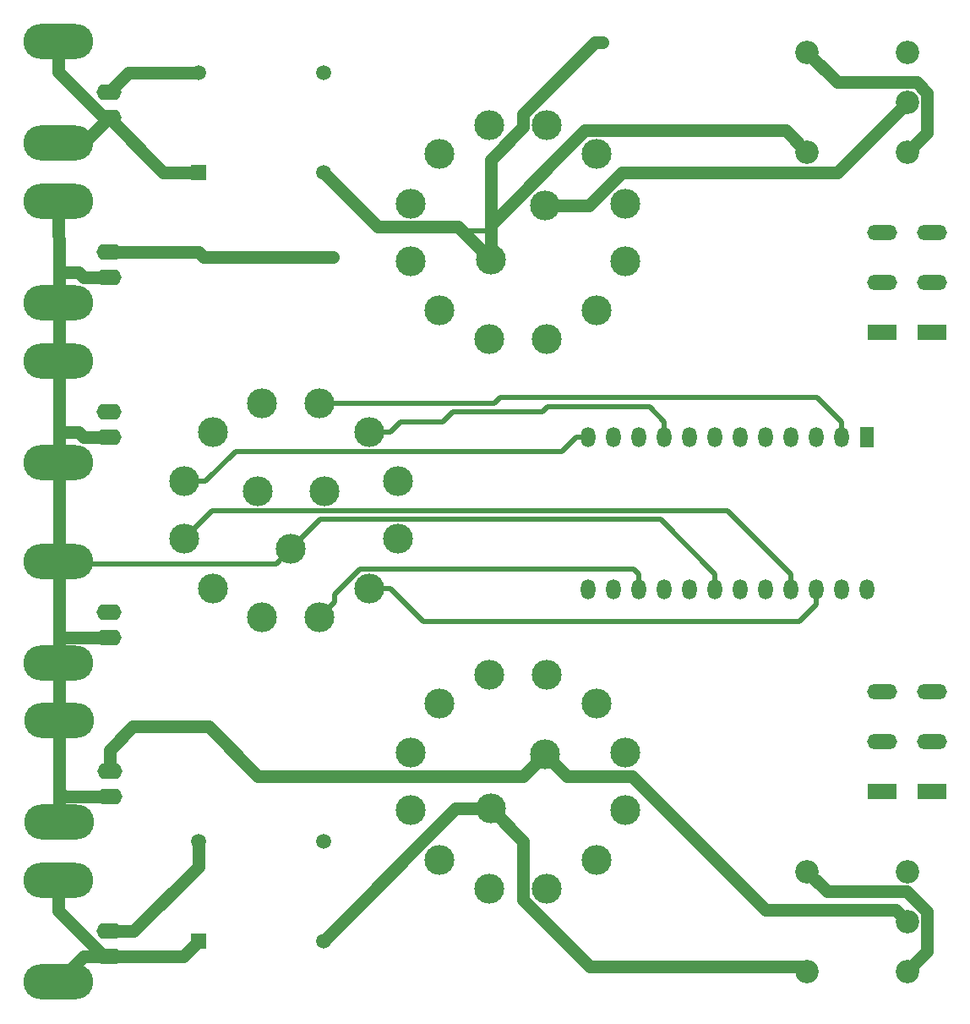
<source format=gbr>
G04 #@! TF.GenerationSoftware,KiCad,Pcbnew,(5.1.5)-3*
G04 #@! TF.CreationDate,2020-06-20T22:53:25+02:00*
G04 #@! TF.ProjectId,Tester,54657374-6572-42e6-9b69-6361645f7063,rev?*
G04 #@! TF.SameCoordinates,Original*
G04 #@! TF.FileFunction,Copper,L2,Bot*
G04 #@! TF.FilePolarity,Positive*
%FSLAX46Y46*%
G04 Gerber Fmt 4.6, Leading zero omitted, Abs format (unit mm)*
G04 Created by KiCad (PCBNEW (5.1.5)-3) date 2020-06-20 22:53:25*
%MOMM*%
%LPD*%
G04 APERTURE LIST*
%ADD10C,2.340000*%
%ADD11O,1.440000X2.000000*%
%ADD12R,1.440000X2.000000*%
%ADD13O,3.000000X1.500000*%
%ADD14R,3.000000X1.500000*%
%ADD15C,1.520000*%
%ADD16R,1.520000X1.520000*%
%ADD17O,3.000000X3.000000*%
%ADD18O,2.500000X1.600000*%
%ADD19O,7.000000X3.500000*%
%ADD20C,0.800000*%
%ADD21C,1.270000*%
%ADD22C,0.508000*%
G04 APERTURE END LIST*
D10*
X133000000Y-64000000D03*
X133000000Y-74000000D03*
X143000000Y-64000000D03*
X143000000Y-69000000D03*
X143000000Y-74000000D03*
D11*
X111060000Y-117740000D03*
X111060000Y-102500000D03*
X113600000Y-117740000D03*
X113600000Y-102500000D03*
X116140000Y-117740000D03*
X116140000Y-102500000D03*
X118680000Y-117740000D03*
X118680000Y-102500000D03*
X121220000Y-117740000D03*
X121220000Y-102500000D03*
X123760000Y-117740000D03*
X123760000Y-102500000D03*
X126300000Y-117740000D03*
X126300000Y-102500000D03*
X128840000Y-117740000D03*
X128840000Y-102500000D03*
X131380000Y-117740000D03*
X131380000Y-102500000D03*
X133920000Y-117740000D03*
X133920000Y-102500000D03*
X136460000Y-117740000D03*
X136460000Y-102500000D03*
X139000000Y-117740000D03*
D12*
X139000000Y-102500000D03*
D13*
X145500000Y-82000000D03*
X140500000Y-82000000D03*
X145500000Y-87000000D03*
X140500000Y-87000000D03*
D14*
X145500000Y-92000000D03*
X140500000Y-92000000D03*
D13*
X145500000Y-128000000D03*
X140500000Y-128000000D03*
X145500000Y-133000000D03*
X140500000Y-133000000D03*
D14*
X145500000Y-138000000D03*
X140500000Y-138000000D03*
D10*
X133000000Y-146000000D03*
X133000000Y-156000000D03*
X143000000Y-146000000D03*
X143000000Y-151000000D03*
X143000000Y-156000000D03*
D15*
X84500000Y-153000000D03*
X84500000Y-143000000D03*
D16*
X72000000Y-153000000D03*
D15*
X72000000Y-143000000D03*
X84500000Y-76000000D03*
X84500000Y-66000000D03*
D16*
X72000000Y-76000000D03*
D15*
X72000000Y-66000000D03*
D17*
X84600000Y-107900000D03*
X81265803Y-113674999D03*
X77931606Y-107900000D03*
X78392912Y-99103223D03*
X73416918Y-101976114D03*
X70544027Y-106952108D03*
X70544027Y-112697890D03*
X73416918Y-117673884D03*
X78392912Y-120546775D03*
X84138694Y-120546775D03*
X89114688Y-117673884D03*
X91987579Y-112697890D03*
X91987579Y-106952108D03*
X89114688Y-101976114D03*
X84138694Y-99103223D03*
X106722361Y-134277639D03*
X101277639Y-139722361D03*
X101127109Y-126278224D03*
X96151115Y-129151115D03*
X93278224Y-134127109D03*
X93278224Y-139872891D03*
X96151115Y-144848885D03*
X101127109Y-147721776D03*
X106872891Y-147721776D03*
X111848885Y-144848885D03*
X114721776Y-139872891D03*
X114721776Y-134127109D03*
X111848885Y-129151115D03*
X106872891Y-126278224D03*
X106722361Y-79277639D03*
X101277639Y-84722361D03*
X101127109Y-71278224D03*
X96151115Y-74151115D03*
X93278224Y-79127109D03*
X93278224Y-84872891D03*
X96151115Y-89848885D03*
X101127109Y-92721776D03*
X106872891Y-92721776D03*
X111848885Y-89848885D03*
X114721776Y-84872891D03*
X114721776Y-79127109D03*
X111848885Y-74151115D03*
X106872891Y-71278224D03*
D18*
X63000000Y-122540000D03*
X63000000Y-120000000D03*
D19*
X57920000Y-114920000D03*
X57920000Y-125080000D03*
D18*
X63080000Y-138460000D03*
X63080000Y-135920000D03*
D19*
X58000000Y-130840000D03*
X58000000Y-141000000D03*
D18*
X63000000Y-86540000D03*
X63000000Y-84000000D03*
D19*
X57920000Y-78920000D03*
X57920000Y-89080000D03*
D18*
X63000000Y-102540000D03*
X63000000Y-100000000D03*
D19*
X57920000Y-94920000D03*
X57920000Y-105080000D03*
D18*
X63000000Y-154540000D03*
X63000000Y-152000000D03*
D19*
X57920000Y-146920000D03*
X57920000Y-157080000D03*
D18*
X63000000Y-70540000D03*
X63000000Y-68000000D03*
D19*
X57920000Y-62920000D03*
X57920000Y-73080000D03*
D20*
X85500000Y-84500000D03*
X72500000Y-84500000D03*
X73000000Y-131500000D03*
X112500000Y-63000000D03*
X112000000Y-155500000D03*
D21*
X60460000Y-73080000D02*
X63000000Y-70540000D01*
X57920000Y-73080000D02*
X60460000Y-73080000D01*
X68460000Y-76000000D02*
X63000000Y-70540000D01*
X72000000Y-76000000D02*
X68460000Y-76000000D01*
X57920000Y-65940000D02*
X57920000Y-62920000D01*
X62520000Y-70540000D02*
X57920000Y-65940000D01*
X63000000Y-70540000D02*
X62520000Y-70540000D01*
X65000000Y-66000000D02*
X63000000Y-68000000D01*
X72000000Y-66000000D02*
X65000000Y-66000000D01*
X70460000Y-154540000D02*
X63000000Y-154540000D01*
X72000000Y-153000000D02*
X70460000Y-154540000D01*
X60460000Y-154540000D02*
X57920000Y-157080000D01*
X63000000Y-154540000D02*
X60460000Y-154540000D01*
X62520000Y-154540000D02*
X57920000Y-149940000D01*
X57920000Y-149940000D02*
X57920000Y-146920000D01*
X63000000Y-154540000D02*
X62520000Y-154540000D01*
X72000000Y-145520000D02*
X72000000Y-143000000D01*
X65520000Y-152000000D02*
X72000000Y-145520000D01*
X63000000Y-152000000D02*
X65520000Y-152000000D01*
X57920000Y-140920000D02*
X58000000Y-141000000D01*
X58460000Y-138460000D02*
X58000000Y-138000000D01*
X63080000Y-138460000D02*
X58460000Y-138460000D01*
X58000000Y-138000000D02*
X57920000Y-140920000D01*
X63000000Y-122540000D02*
X58460000Y-122540000D01*
X58460000Y-122540000D02*
X58000000Y-123000000D01*
X58000000Y-123000000D02*
X58000000Y-138000000D01*
X59940000Y-102000000D02*
X58000000Y-102000000D01*
X60480000Y-102540000D02*
X59940000Y-102000000D01*
X63000000Y-102540000D02*
X60480000Y-102540000D01*
X58000000Y-102000000D02*
X58000000Y-123000000D01*
X60480000Y-86540000D02*
X59940000Y-86000000D01*
X63000000Y-86540000D02*
X60480000Y-86540000D01*
X57920000Y-78920000D02*
X58000000Y-86000000D01*
X59940000Y-86000000D02*
X58000000Y-86000000D01*
X58000000Y-86000000D02*
X58000000Y-102000000D01*
D22*
X58174998Y-115174998D02*
X57920000Y-114920000D01*
X79765804Y-115174998D02*
X58174998Y-115174998D01*
X81265803Y-113674999D02*
X79765804Y-115174998D01*
X123760000Y-116232000D02*
X123760000Y-117740000D01*
X118271889Y-110743889D02*
X123760000Y-116232000D01*
X84196913Y-110743889D02*
X118271889Y-110743889D01*
X81265803Y-113674999D02*
X84196913Y-110743889D01*
D21*
X72000000Y-84000000D02*
X72500000Y-84500000D01*
X63000000Y-84000000D02*
X72000000Y-84000000D01*
X72500000Y-84500000D02*
X85500000Y-84500000D01*
X135994999Y-76005001D02*
X143000000Y-69000000D01*
X114388082Y-76005001D02*
X135994999Y-76005001D01*
X111115444Y-79277639D02*
X114388082Y-76005001D01*
X106722361Y-79277639D02*
X111115444Y-79277639D01*
X63080000Y-133850000D02*
X63080000Y-135920000D01*
X65430000Y-131500000D02*
X63080000Y-133850000D01*
X73000000Y-131500000D02*
X65430000Y-131500000D01*
X105222362Y-135777638D02*
X106722361Y-134277639D01*
X104537890Y-136462110D02*
X105222362Y-135777638D01*
X77962110Y-136462110D02*
X104537890Y-136462110D01*
X73000000Y-131500000D02*
X77962110Y-136462110D01*
X108222360Y-135777638D02*
X106722361Y-134277639D01*
X108906832Y-136462110D02*
X108222360Y-135777638D01*
X115462110Y-136462110D02*
X108906832Y-136462110D01*
X128830001Y-149830001D02*
X115462110Y-136462110D01*
X141830001Y-149830001D02*
X128830001Y-149830001D01*
X143000000Y-151000000D02*
X141830001Y-149830001D01*
D22*
X101277639Y-81830439D02*
X101277639Y-84722361D01*
X90330439Y-81830439D02*
X84500000Y-76000000D01*
X101277639Y-81830439D02*
X90330439Y-81830439D01*
D21*
X98017388Y-81462110D02*
X101277639Y-84722361D01*
X89962110Y-81462110D02*
X98017388Y-81462110D01*
X84500000Y-76000000D02*
X89962110Y-81462110D01*
X111695313Y-63000000D02*
X112500000Y-63000000D01*
X104537890Y-70157423D02*
X111695313Y-63000000D01*
X104537890Y-71462110D02*
X104537890Y-70157423D01*
X101277639Y-74722361D02*
X104537890Y-71462110D01*
X101277639Y-84722361D02*
X101277639Y-74722361D01*
X101277639Y-81266559D02*
X101277639Y-84722361D01*
X110728084Y-71816114D02*
X101277639Y-81266559D01*
X130816114Y-71816114D02*
X110728084Y-71816114D01*
X133000000Y-74000000D02*
X130816114Y-71816114D01*
X97777639Y-139722361D02*
X101277639Y-139722361D01*
X84500000Y-153000000D02*
X97777639Y-139722361D01*
X111195313Y-155500000D02*
X112000000Y-155500000D01*
X101277639Y-139722361D02*
X104537890Y-142982612D01*
X104537890Y-148842577D02*
X111195313Y-155500000D01*
X104537890Y-142982612D02*
X104537890Y-148842577D01*
X132500000Y-155500000D02*
X133000000Y-156000000D01*
X112000000Y-155500000D02*
X132500000Y-155500000D01*
D22*
X101603223Y-99103223D02*
X84138694Y-99103223D01*
X133968000Y-98500000D02*
X102206446Y-98500000D01*
X102206446Y-98500000D02*
X101603223Y-99103223D01*
X136460000Y-102500000D02*
X136460000Y-100992000D01*
X136460000Y-100992000D02*
X133968000Y-98500000D01*
X91236008Y-117673884D02*
X94562124Y-121000000D01*
X89114688Y-117673884D02*
X91236008Y-117673884D01*
X133920000Y-119248000D02*
X133920000Y-117740000D01*
X132168000Y-121000000D02*
X133920000Y-119248000D01*
X94562124Y-121000000D02*
X132168000Y-121000000D01*
X125002001Y-109854001D02*
X131380000Y-116232000D01*
X131380000Y-116232000D02*
X131380000Y-117740000D01*
X73387916Y-109854001D02*
X125002001Y-109854001D01*
X70544027Y-112697890D02*
X73387916Y-109854001D01*
X91236008Y-101976114D02*
X92212122Y-101000000D01*
X89114688Y-101976114D02*
X91236008Y-101976114D01*
X96500000Y-101000000D02*
X97500000Y-100000000D01*
X92212122Y-101000000D02*
X96500000Y-101000000D01*
X97500000Y-100000000D02*
X106500000Y-100000000D01*
X106500000Y-100000000D02*
X107000000Y-99500000D01*
X118680000Y-100992000D02*
X118680000Y-102500000D01*
X117188000Y-99500000D02*
X118680000Y-100992000D01*
X107000000Y-99500000D02*
X117188000Y-99500000D01*
X115627883Y-115719883D02*
X116140000Y-116232000D01*
X88176767Y-115719883D02*
X115627883Y-115719883D01*
X85638693Y-118257957D02*
X88176767Y-115719883D01*
X116140000Y-116232000D02*
X116140000Y-117740000D01*
X85638693Y-119046776D02*
X85638693Y-118257957D01*
X84138694Y-120546775D02*
X85638693Y-119046776D01*
X108401885Y-103930115D02*
X109832000Y-102500000D01*
X75687340Y-103930115D02*
X108401885Y-103930115D01*
X109832000Y-102500000D02*
X111060000Y-102500000D01*
X72665347Y-106952108D02*
X75687340Y-103930115D01*
X70544027Y-106952108D02*
X72665347Y-106952108D01*
D21*
X144169999Y-154830001D02*
X143000000Y-156000000D01*
X145005001Y-150037599D02*
X145005001Y-153994999D01*
X142972403Y-148005001D02*
X145005001Y-150037599D01*
X145005001Y-153994999D02*
X144169999Y-154830001D01*
X135005001Y-148005001D02*
X142972403Y-148005001D01*
X133000000Y-146000000D02*
X135005001Y-148005001D01*
X145005001Y-71994999D02*
X143000000Y-74000000D01*
X145005001Y-68037599D02*
X145005001Y-71994999D01*
X143962401Y-66994999D02*
X145005001Y-68037599D01*
X135994999Y-66994999D02*
X143962401Y-66994999D01*
X133000000Y-64000000D02*
X135994999Y-66994999D01*
M02*

</source>
